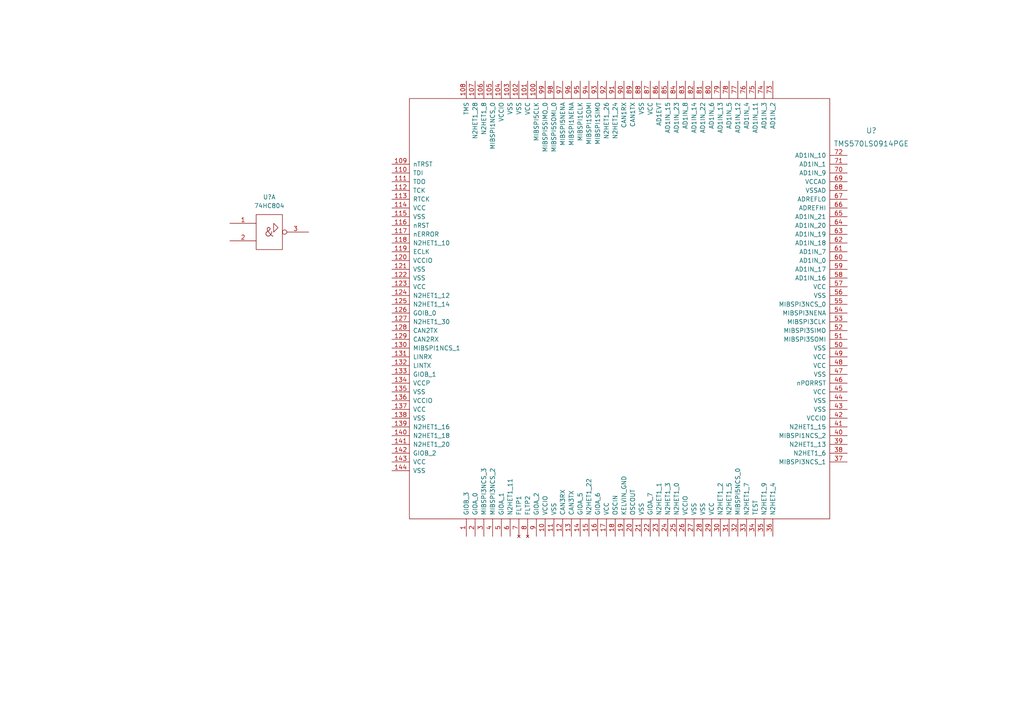
<source format=kicad_sch>
(kicad_sch (version 20211123) (generator eeschema)
  (paper "A4")
  (lib_symbols
    (symbol "74xx_IEEE:74HC804" (pin_names (offset 0.762))
      (property "Reference" "U" (at 3.81 6.35 0))
      (property "Value" "74HC804" (at 6.35 -6.35 0))
      (symbol "74HC804_0_1"
        (rectangle (start -3.81 5.08) (end 3.81 -5.08))
        (polyline (pts (xy 1.27 0) (xy 1.27 2.54) (xy 2.54 1.27) (xy 1.27 0) (xy 1.27 0)))
        (text "&" (at 0 0 0) (effects (font (size 2.54 2.54))))
        (pin power_in line (at 0 -5.08 90) (length 0) hide (name "Gnd") (number "10"))
        (pin power_in line (at 0 5.08 270) (length 0) hide (name "Vcc") (number "20"))
      )
      (symbol "74HC804_1_1"
        (pin input line (at -11.43 2.54 0) (length 7.62) (name "~") (number "1"))
        (pin input line (at -11.43 -2.54 0) (length 7.62) (name "~") (number "2"))
        (pin output inverted (at 11.43 0 180) (length 7.62) (name "~") (number "3"))
      )
      (symbol "74HC804_2_1"
        (pin input line (at -11.43 2.54 0) (length 7.62) (name "~") (number "4"))
        (pin input line (at -11.43 -2.54 0) (length 7.62) (name "~") (number "5"))
        (pin output inverted (at 11.43 0 180) (length 7.62) (name "~") (number "6"))
      )
      (symbol "74HC804_3_1"
        (pin input line (at -11.43 2.54 0) (length 7.62) (name "~") (number "7"))
        (pin input line (at -11.43 -2.54 0) (length 7.62) (name "~") (number "8"))
        (pin output inverted (at 11.43 0 180) (length 7.62) (name "~") (number "9"))
      )
      (symbol "74HC804_4_1"
        (pin output inverted (at 11.43 0 180) (length 7.62) (name "~") (number "11"))
        (pin input line (at -11.43 2.54 0) (length 7.62) (name "~") (number "12"))
        (pin input line (at -11.43 -2.54 0) (length 7.62) (name "~") (number "13"))
      )
      (symbol "74HC804_5_1"
        (pin output inverted (at 11.43 0 180) (length 7.62) (name "~") (number "14"))
        (pin input line (at -11.43 2.54 0) (length 7.62) (name "~") (number "15"))
        (pin input line (at -11.43 -2.54 0) (length 7.62) (name "~") (number "16"))
      )
      (symbol "74HC804_6_1"
        (pin output inverted (at 11.43 0 180) (length 7.62) (name "~") (number "17"))
        (pin input line (at -11.43 2.54 0) (length 7.62) (name "~") (number "18"))
        (pin input line (at -11.43 -2.54 0) (length 7.62) (name "~") (number "19"))
      )
    )
    (symbol "amsat_ti:TMS570LS0914PGE" (pin_names (offset 1.016))
      (property "Reference" "U" (at 58.42 -67.31 0))
      (property "Value" "TMS570LS0914PGE" (at 0 0 0))
      (symbol "TMS570LS0914PGE_0_1"
        (rectangle (start -60.96 -60.96) (end 60.96 60.96))
      )
      (symbol "TMS570LS0914PGE_1_1"
        (pin bidirectional line (at -44.45 -66.04 90) (length 5.08) (name "GIOB_3") (number "1"))
        (pin power_in line (at -21.59 -66.04 90) (length 5.08) (name "VCCIO") (number "10"))
        (pin bidirectional line (at -24.13 66.04 270) (length 5.08) (name "MIBSPI5CLK") (number "100"))
        (pin input line (at -26.67 66.04 270) (length 5.08) (name "VCC") (number "101"))
        (pin input line (at -29.21 66.04 270) (length 5.08) (name "VSS") (number "102"))
        (pin input line (at -31.75 66.04 270) (length 5.08) (name "VSS") (number "103"))
        (pin input line (at -34.29 66.04 270) (length 5.08) (name "VCCIO") (number "104"))
        (pin bidirectional line (at -36.83 66.04 270) (length 5.08) (name "MIBSPI1NCS_0") (number "105"))
        (pin bidirectional line (at -39.37 66.04 270) (length 5.08) (name "N2HET1_8") (number "106"))
        (pin bidirectional line (at -41.91 66.04 270) (length 5.08) (name "N2HET1_28") (number "107"))
        (pin input line (at -44.45 66.04 270) (length 5.08) (name "TMS") (number "108"))
        (pin input line (at -66.04 41.91 0) (length 5.08) (name "nTRST") (number "109"))
        (pin passive line (at -19.05 -66.04 90) (length 5.08) (name "VSS") (number "11"))
        (pin input line (at -66.04 39.37 0) (length 5.08) (name "TDI") (number "110"))
        (pin output line (at -66.04 36.83 0) (length 5.08) (name "TDO") (number "111"))
        (pin input line (at -66.04 34.29 0) (length 5.08) (name "TCK") (number "112"))
        (pin output line (at -66.04 31.75 0) (length 5.08) (name "RTCK") (number "113"))
        (pin input line (at -66.04 29.21 0) (length 5.08) (name "VCC") (number "114"))
        (pin input line (at -66.04 26.67 0) (length 5.08) (name "VSS") (number "115"))
        (pin input line (at -66.04 24.13 0) (length 5.08) (name "nRST") (number "116"))
        (pin open_collector line (at -66.04 21.59 0) (length 5.08) (name "nERROR") (number "117"))
        (pin bidirectional line (at -66.04 19.05 0) (length 5.08) (name "N2HET1_10") (number "118"))
        (pin input line (at -66.04 16.51 0) (length 5.08) (name "ECLK") (number "119"))
        (pin input line (at -16.51 -66.04 90) (length 5.08) (name "CAN3RX") (number "12"))
        (pin input line (at -66.04 13.97 0) (length 5.08) (name "VCCIO") (number "120"))
        (pin input line (at -66.04 11.43 0) (length 5.08) (name "VSS") (number "121"))
        (pin input line (at -66.04 8.89 0) (length 5.08) (name "VSS") (number "122"))
        (pin input line (at -66.04 6.35 0) (length 5.08) (name "VCC") (number "123"))
        (pin bidirectional line (at -66.04 3.81 0) (length 5.08) (name "N2HET1_12") (number "124"))
        (pin bidirectional line (at -66.04 1.27 0) (length 5.08) (name "N2HET1_14") (number "125"))
        (pin bidirectional line (at -66.04 -1.27 0) (length 5.08) (name "GOIB_0") (number "126"))
        (pin bidirectional line (at -66.04 -3.81 0) (length 5.08) (name "N2HET1_30") (number "127"))
        (pin output line (at -66.04 -6.35 0) (length 5.08) (name "CAN2TX") (number "128"))
        (pin input line (at -66.04 -8.89 0) (length 5.08) (name "CAN2RX") (number "129"))
        (pin output line (at -13.97 -66.04 90) (length 5.08) (name "CAN3TX") (number "13"))
        (pin bidirectional line (at -66.04 -11.43 0) (length 5.08) (name "MIBSPI1NCS_1") (number "130"))
        (pin input line (at -66.04 -13.97 0) (length 5.08) (name "LINRX") (number "131"))
        (pin output line (at -66.04 -16.51 0) (length 5.08) (name "LINTX") (number "132"))
        (pin bidirectional line (at -66.04 -19.05 0) (length 5.08) (name "GIOB_1") (number "133"))
        (pin input line (at -66.04 -21.59 0) (length 5.08) (name "VCCP") (number "134"))
        (pin input line (at -66.04 -24.13 0) (length 5.08) (name "VSS") (number "135"))
        (pin input line (at -66.04 -26.67 0) (length 5.08) (name "VCCIO") (number "136"))
        (pin input line (at -66.04 -29.21 0) (length 5.08) (name "VCC") (number "137"))
        (pin input line (at -66.04 -31.75 0) (length 5.08) (name "VSS") (number "138"))
        (pin bidirectional line (at -66.04 -34.29 0) (length 5.08) (name "N2HET1_16") (number "139"))
        (pin bidirectional line (at -11.43 -66.04 90) (length 5.08) (name "GIOA_5") (number "14"))
        (pin bidirectional line (at -66.04 -36.83 0) (length 5.08) (name "N2HET1_18") (number "140"))
        (pin bidirectional line (at -66.04 -39.37 0) (length 5.08) (name "N2HET1_20") (number "141"))
        (pin bidirectional line (at -66.04 -41.91 0) (length 5.08) (name "GIOB_2") (number "142"))
        (pin input line (at -66.04 -44.45 0) (length 5.08) (name "VCC") (number "143"))
        (pin input line (at -66.04 -46.99 0) (length 5.08) (name "VSS") (number "144"))
        (pin bidirectional line (at -8.89 -66.04 90) (length 5.08) (name "N2HET1_22") (number "15"))
        (pin bidirectional line (at -6.35 -66.04 90) (length 5.08) (name "GIOA_6") (number "16"))
        (pin power_in line (at -3.81 -66.04 90) (length 5.08) (name "VCC") (number "17"))
        (pin passive line (at -1.27 -66.04 90) (length 5.08) (name "OSCIN") (number "18"))
        (pin passive line (at 1.27 -66.04 90) (length 5.08) (name "KELVIN_GND") (number "19"))
        (pin bidirectional line (at -41.91 -66.04 90) (length 5.08) (name "GIOA_0") (number "2"))
        (pin passive line (at 3.81 -66.04 90) (length 5.08) (name "OSCOUT") (number "20"))
        (pin passive line (at 6.35 -66.04 90) (length 5.08) (name "VSS") (number "21"))
        (pin bidirectional line (at 8.89 -66.04 90) (length 5.08) (name "GIOA_7") (number "22"))
        (pin bidirectional line (at 11.43 -66.04 90) (length 5.08) (name "N2HET1_1") (number "23"))
        (pin bidirectional line (at 13.97 -66.04 90) (length 5.08) (name "N2HET1_3") (number "24"))
        (pin bidirectional line (at 16.51 -66.04 90) (length 5.08) (name "N2HET1_0") (number "25"))
        (pin power_in line (at 19.05 -66.04 90) (length 5.08) (name "VCCIO") (number "26"))
        (pin passive line (at 21.59 -66.04 90) (length 5.08) (name "VSS") (number "27"))
        (pin passive line (at 24.13 -66.04 90) (length 5.08) (name "VSS") (number "28"))
        (pin power_in line (at 26.67 -66.04 90) (length 5.08) (name "VCC") (number "29"))
        (pin bidirectional line (at -39.37 -66.04 90) (length 5.08) (name "MIBSPI3NCS_3") (number "3"))
        (pin bidirectional line (at 29.21 -66.04 90) (length 5.08) (name "N2HET1_2") (number "30"))
        (pin bidirectional line (at 31.75 -66.04 90) (length 5.08) (name "N2HET1_5") (number "31"))
        (pin bidirectional line (at 34.29 -66.04 90) (length 5.08) (name "MIBSPI5NCS_0") (number "32"))
        (pin bidirectional line (at 36.83 -66.04 90) (length 5.08) (name "N2HET1_7") (number "33"))
        (pin input line (at 39.37 -66.04 90) (length 5.08) (name "TEST") (number "34"))
        (pin bidirectional line (at 41.91 -66.04 90) (length 5.08) (name "N2HET1_9") (number "35"))
        (pin bidirectional line (at 44.45 -66.04 90) (length 5.08) (name "N2HET1_4") (number "36"))
        (pin bidirectional line (at 66.04 -44.45 180) (length 5.08) (name "MIBSPI3NCS_1") (number "37"))
        (pin bidirectional line (at 66.04 -41.91 180) (length 5.08) (name "N2HET1_6") (number "38"))
        (pin bidirectional line (at 66.04 -39.37 180) (length 5.08) (name "N2HET1_13") (number "39"))
        (pin bidirectional line (at -36.83 -66.04 90) (length 5.08) (name "MIBSPI3NCS_2") (number "4"))
        (pin bidirectional line (at 66.04 -36.83 180) (length 5.08) (name "MIBSPI1NCS_2") (number "40"))
        (pin bidirectional line (at 66.04 -34.29 180) (length 5.08) (name "N2HET1_15") (number "41"))
        (pin power_in line (at 66.04 -31.75 180) (length 5.08) (name "VCCIO") (number "42"))
        (pin input line (at 66.04 -29.21 180) (length 5.08) (name "VSS") (number "43"))
        (pin input line (at 66.04 -26.67 180) (length 5.08) (name "VSS") (number "44"))
        (pin input line (at 66.04 -24.13 180) (length 5.08) (name "VCC") (number "45"))
        (pin input line (at 66.04 -21.59 180) (length 5.08) (name "nPORRST") (number "46"))
        (pin input line (at 66.04 -19.05 180) (length 5.08) (name "VSS") (number "47"))
        (pin input line (at 66.04 -16.51 180) (length 5.08) (name "VCC") (number "48"))
        (pin input line (at 66.04 -13.97 180) (length 5.08) (name "VCC") (number "49"))
        (pin bidirectional line (at -34.29 -66.04 90) (length 5.08) (name "GIOA_1") (number "5"))
        (pin input line (at 66.04 -11.43 180) (length 5.08) (name "VSS") (number "50"))
        (pin bidirectional line (at 66.04 -8.89 180) (length 5.08) (name "MIBSPI3SOMI") (number "51"))
        (pin bidirectional line (at 66.04 -6.35 180) (length 5.08) (name "MIBSPI3SIMO") (number "52"))
        (pin bidirectional line (at 66.04 -3.81 180) (length 5.08) (name "MIBSPI3CLK") (number "53"))
        (pin bidirectional line (at 66.04 -1.27 180) (length 5.08) (name "MIBSPI3NENA") (number "54"))
        (pin bidirectional line (at 66.04 1.27 180) (length 5.08) (name "MIBSPI3NCS_0") (number "55"))
        (pin input line (at 66.04 3.81 180) (length 5.08) (name "VSS") (number "56"))
        (pin input line (at 66.04 6.35 180) (length 5.08) (name "VCC") (number "57"))
        (pin bidirectional line (at 66.04 8.89 180) (length 5.08) (name "AD1IN_16") (number "58"))
        (pin bidirectional line (at 66.04 11.43 180) (length 5.08) (name "AD1IN_17") (number "59"))
        (pin bidirectional line (at -31.75 -66.04 90) (length 5.08) (name "N2HET1_11") (number "6"))
        (pin bidirectional line (at 66.04 13.97 180) (length 5.08) (name "AD1IN_0") (number "60"))
        (pin bidirectional line (at 66.04 16.51 180) (length 5.08) (name "AD1IN_7") (number "61"))
        (pin bidirectional line (at 66.04 19.05 180) (length 5.08) (name "AD1IN_18") (number "62"))
        (pin bidirectional line (at 66.04 21.59 180) (length 5.08) (name "AD1IN_19") (number "63"))
        (pin bidirectional line (at 66.04 24.13 180) (length 5.08) (name "AD1IN_20") (number "64"))
        (pin bidirectional line (at 66.04 26.67 180) (length 5.08) (name "AD1IN_21") (number "65"))
        (pin input line (at 66.04 29.21 180) (length 5.08) (name "ADREFHI") (number "66"))
        (pin input line (at 66.04 31.75 180) (length 5.08) (name "ADREFLO") (number "67"))
        (pin input line (at 66.04 34.29 180) (length 5.08) (name "VSSAD") (number "68"))
        (pin input line (at 66.04 36.83 180) (length 5.08) (name "VCCAD") (number "69"))
        (pin no_connect line (at -29.21 -66.04 90) (length 5.08) (name "FLTP1") (number "7"))
        (pin bidirectional line (at 66.04 39.37 180) (length 5.08) (name "AD1IN_9") (number "70"))
        (pin bidirectional line (at 66.04 41.91 180) (length 5.08) (name "AD1IN_1") (number "71"))
        (pin bidirectional line (at 66.04 44.45 180) (length 5.08) (name "AD1IN_10") (number "72"))
        (pin bidirectional line (at 44.45 66.04 270) (length 5.08) (name "AD1IN_2") (number "73"))
        (pin bidirectional line (at 41.91 66.04 270) (length 5.08) (name "AD1IN_3") (number "74"))
        (pin bidirectional line (at 39.37 66.04 270) (length 5.08) (name "AD1IN_11") (number "75"))
        (pin bidirectional line (at 36.83 66.04 270) (length 5.08) (name "AD1IN_4") (number "76"))
        (pin bidirectional line (at 34.29 66.04 270) (length 5.08) (name "AD1IN_12") (number "77"))
        (pin bidirectional line (at 31.75 66.04 270) (length 5.08) (name "AD1IN_5") (number "78"))
        (pin bidirectional line (at 29.21 66.04 270) (length 5.08) (name "AD1IN_13") (number "79"))
        (pin no_connect line (at -26.67 -66.04 90) (length 5.08) (name "FLTP2") (number "8"))
        (pin bidirectional line (at 26.67 66.04 270) (length 5.08) (name "AD1IN_6") (number "80"))
        (pin bidirectional line (at 24.13 66.04 270) (length 5.08) (name "AD1IN_22") (number "81"))
        (pin bidirectional line (at 21.59 66.04 270) (length 5.08) (name "AD1IN_14") (number "82"))
        (pin bidirectional line (at 19.05 66.04 270) (length 5.08) (name "AD1IN_8") (number "83"))
        (pin bidirectional line (at 16.51 66.04 270) (length 5.08) (name "AD1IN_23") (number "84"))
        (pin bidirectional line (at 13.97 66.04 270) (length 5.08) (name "AD1IN_15") (number "85"))
        (pin bidirectional line (at 11.43 66.04 270) (length 5.08) (name "AD1EVT") (number "86"))
        (pin input line (at 8.89 66.04 270) (length 5.08) (name "VCC") (number "87"))
        (pin input line (at 6.35 66.04 270) (length 5.08) (name "VSS") (number "88"))
        (pin output line (at 3.81 66.04 270) (length 5.08) (name "CAN1TX") (number "89"))
        (pin bidirectional line (at -24.13 -66.04 90) (length 5.08) (name "GIOA_2") (number "9"))
        (pin input line (at 1.27 66.04 270) (length 5.08) (name "CAN1RX") (number "90"))
        (pin bidirectional line (at -1.27 66.04 270) (length 5.08) (name "N2HET1_24") (number "91"))
        (pin bidirectional line (at -3.81 66.04 270) (length 5.08) (name "N2HET1_26") (number "92"))
        (pin bidirectional line (at -6.35 66.04 270) (length 5.08) (name "MIBSPI1SIMO") (number "93"))
        (pin bidirectional line (at -8.89 66.04 270) (length 5.08) (name "MIBSPI1SOMI") (number "94"))
        (pin bidirectional line (at -11.43 66.04 270) (length 5.08) (name "MIBSPI1CLK") (number "95"))
        (pin bidirectional line (at -13.97 66.04 270) (length 5.08) (name "MIBSPI1NENA") (number "96"))
        (pin bidirectional line (at -16.51 66.04 270) (length 5.08) (name "MIBSPI5NENA") (number "97"))
        (pin bidirectional line (at -19.05 66.04 270) (length 5.08) (name "MIBSPI5SOMI_0") (number "98"))
        (pin bidirectional line (at -21.59 66.04 270) (length 5.08) (name "MIBSPI5SIMO_0") (number "99"))
      )
    )
  )
  (symbol (lib_id "amsat_ti:TMS570LS0914PGE") (at 179.705 89.535 0) (unit 1)
    (property "Reference" "U?" (at 252.73 37.8713 0) (effects (font (size 1.524 1.524))))
    (property "Value" "TMS570LS0914PGE" (at 252.73 41.6813 0) (effects (font (size 1.524 1.524))))
  )
  (symbol (lib_id "74xx_IEEE:74HC804") (at 78.105 67.31 0) (unit 1)
    (property "Reference" "U?" (at 78.105 57.15 0))
    (property "Value" "74HC804" (at 78.105 59.69 0))
  )
)
</source>
